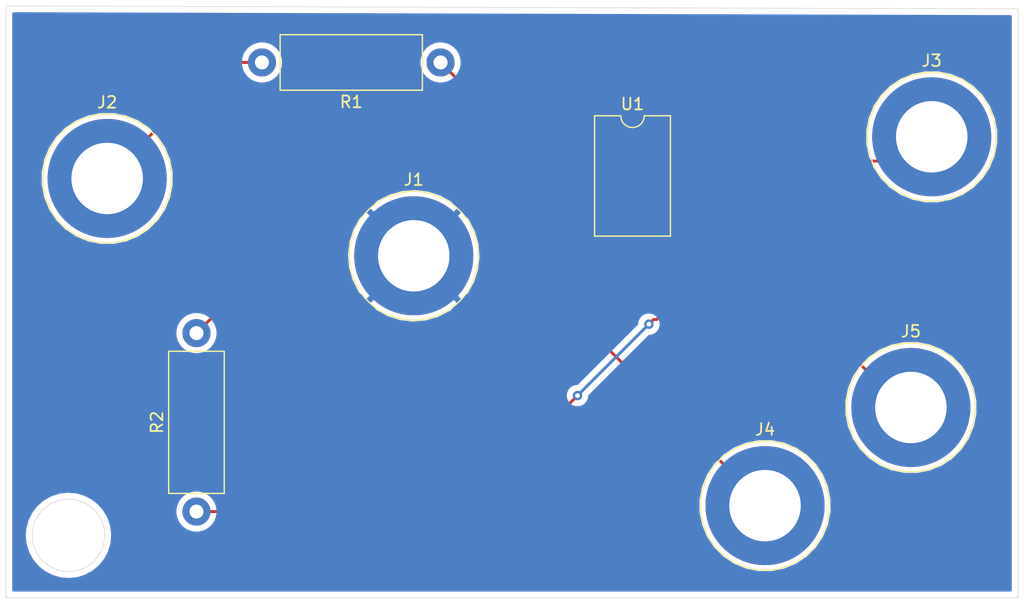
<source format=kicad_pcb>
(kicad_pcb (version 20171130) (host pcbnew "(5.1.0)-1")

  (general
    (thickness 1.6)
    (drawings 5)
    (tracks 25)
    (zones 0)
    (modules 8)
    (nets 10)
  )

  (page A4)
  (title_block
    (title "PCB Design of Inverting Op-Amp")
    (date 2019-06-02)
  )

  (layers
    (0 F.Cu signal)
    (31 B.Cu signal)
    (32 B.Adhes user)
    (33 F.Adhes user)
    (34 B.Paste user)
    (35 F.Paste user)
    (36 B.SilkS user)
    (37 F.SilkS user)
    (38 B.Mask user)
    (39 F.Mask user)
    (40 Dwgs.User user)
    (41 Cmts.User user)
    (42 Eco1.User user)
    (43 Eco2.User user)
    (44 Edge.Cuts user)
    (45 Margin user)
    (46 B.CrtYd user)
    (47 F.CrtYd user)
    (48 B.Fab user)
    (49 F.Fab user)
  )

  (setup
    (last_trace_width 0.25)
    (trace_clearance 0.2)
    (zone_clearance 0.508)
    (zone_45_only no)
    (trace_min 0.2)
    (via_size 0.8)
    (via_drill 0.4)
    (via_min_size 0.4)
    (via_min_drill 0.3)
    (uvia_size 0.3)
    (uvia_drill 0.1)
    (uvias_allowed no)
    (uvia_min_size 0.2)
    (uvia_min_drill 0.1)
    (edge_width 0.05)
    (segment_width 0.2)
    (pcb_text_width 0.3)
    (pcb_text_size 1.5 1.5)
    (mod_edge_width 0.12)
    (mod_text_size 1 1)
    (mod_text_width 0.15)
    (pad_size 1.524 1.524)
    (pad_drill 0.762)
    (pad_to_mask_clearance 0.051)
    (solder_mask_min_width 0.25)
    (aux_axis_origin 0 0)
    (visible_elements 7FFFFFFF)
    (pcbplotparams
      (layerselection 0x010fc_ffffffff)
      (usegerberextensions true)
      (usegerberattributes false)
      (usegerberadvancedattributes false)
      (creategerberjobfile false)
      (excludeedgelayer true)
      (linewidth 0.100000)
      (plotframeref false)
      (viasonmask false)
      (mode 1)
      (useauxorigin false)
      (hpglpennumber 1)
      (hpglpenspeed 20)
      (hpglpendiameter 15.000000)
      (psnegative false)
      (psa4output false)
      (plotreference true)
      (plotvalue false)
      (plotinvisibletext false)
      (padsonsilk false)
      (subtractmaskfromsilk false)
      (outputformat 1)
      (mirror false)
      (drillshape 0)
      (scaleselection 1)
      (outputdirectory "Greber/"))
  )

  (net 0 "")
  (net 1 GND)
  (net 2 "Net-(J2-Pad1)")
  (net 3 "Net-(J3-Pad1)")
  (net 4 "Net-(J4-Pad1)")
  (net 5 "Net-(J5-Pad1)")
  (net 6 "Net-(R1-Pad1)")
  (net 7 "Net-(U1-Pad1)")
  (net 8 "Net-(U1-Pad5)")
  (net 9 "Net-(U1-Pad8)")

  (net_class Default "This is the default net class."
    (clearance 0.2)
    (trace_width 0.25)
    (via_dia 0.8)
    (via_drill 0.4)
    (uvia_dia 0.3)
    (uvia_drill 0.1)
    (add_net GND)
    (add_net "Net-(J2-Pad1)")
    (add_net "Net-(J3-Pad1)")
    (add_net "Net-(J4-Pad1)")
    (add_net "Net-(J5-Pad1)")
    (add_net "Net-(R1-Pad1)")
    (add_net "Net-(U1-Pad1)")
    (add_net "Net-(U1-Pad5)")
    (add_net "Net-(U1-Pad8)")
  )

  (module Connector:Banana_Jack_1Pin (layer F.Cu) (tedit 5A1AB217) (tstamp 5CF391DC)
    (at 123.698 95.25)
    (descr "Single banana socket, footprint - 6mm drill")
    (tags "banana socket")
    (path /5CEFB407)
    (fp_text reference J1 (at 0 -6.5) (layer F.SilkS)
      (effects (font (size 1 1) (thickness 0.15)))
    )
    (fp_text value Ground (at -0.25 6.5) (layer F.Fab)
      (effects (font (size 1 1) (thickness 0.15)))
    )
    (fp_text user %R (at 0 0) (layer F.Fab)
      (effects (font (size 0.8 0.8) (thickness 0.12)))
    )
    (fp_circle (center 0 0) (end 5.75 0) (layer F.CrtYd) (width 0.05))
    (fp_circle (center 0 0) (end 2 0) (layer F.Fab) (width 0.1))
    (fp_circle (center 0 0) (end 4.85 0.05) (layer F.Fab) (width 0.1))
    (fp_circle (center 0 0) (end 5.5 0) (layer F.SilkS) (width 0.12))
    (pad 1 thru_hole circle (at 0 0) (size 10.16 10.16) (drill 6.1) (layers *.Cu *.Mask)
      (net 1 GND))
    (model ${KISYS3DMOD}/Connector.3dshapes/Banana_Jack_1Pin.wrl
      (at (xyz 0 0 0))
      (scale (xyz 2 2 2))
      (rotate (xyz 0 0 0))
    )
  )

  (module Connector:Banana_Jack_1Pin (layer F.Cu) (tedit 5A1AB217) (tstamp 5CF391E6)
    (at 97.536 88.646)
    (descr "Single banana socket, footprint - 6mm drill")
    (tags "banana socket")
    (path /5CEFB8C8)
    (fp_text reference J2 (at 0 -6.5) (layer F.SilkS)
      (effects (font (size 1 1) (thickness 0.15)))
    )
    (fp_text value Input (at -0.25 6.5) (layer F.Fab)
      (effects (font (size 1 1) (thickness 0.15)))
    )
    (fp_circle (center 0 0) (end 5.5 0) (layer F.SilkS) (width 0.12))
    (fp_circle (center 0 0) (end 4.85 0.05) (layer F.Fab) (width 0.1))
    (fp_circle (center 0 0) (end 2 0) (layer F.Fab) (width 0.1))
    (fp_circle (center 0 0) (end 5.75 0) (layer F.CrtYd) (width 0.05))
    (fp_text user %R (at 0 0) (layer F.Fab)
      (effects (font (size 0.8 0.8) (thickness 0.12)))
    )
    (pad 1 thru_hole circle (at 0 0) (size 10.16 10.16) (drill 6.1) (layers *.Cu *.Mask)
      (net 2 "Net-(J2-Pad1)"))
    (model ${KISYS3DMOD}/Connector.3dshapes/Banana_Jack_1Pin.wrl
      (at (xyz 0 0 0))
      (scale (xyz 2 2 2))
      (rotate (xyz 0 0 0))
    )
  )

  (module Connector:Banana_Jack_1Pin (layer F.Cu) (tedit 5A1AB217) (tstamp 5CF391F0)
    (at 167.894 85.09)
    (descr "Single banana socket, footprint - 6mm drill")
    (tags "banana socket")
    (path /5CEFC9CB)
    (fp_text reference J3 (at 0 -6.5) (layer F.SilkS)
      (effects (font (size 1 1) (thickness 0.15)))
    )
    (fp_text value +12V (at -0.25 6.5) (layer F.Fab)
      (effects (font (size 1 1) (thickness 0.15)))
    )
    (fp_text user %R (at 0 0) (layer F.Fab)
      (effects (font (size 0.8 0.8) (thickness 0.12)))
    )
    (fp_circle (center 0 0) (end 5.75 0) (layer F.CrtYd) (width 0.05))
    (fp_circle (center 0 0) (end 2 0) (layer F.Fab) (width 0.1))
    (fp_circle (center 0 0) (end 4.85 0.05) (layer F.Fab) (width 0.1))
    (fp_circle (center 0 0) (end 5.5 0) (layer F.SilkS) (width 0.12))
    (pad 1 thru_hole circle (at 0 0) (size 10.16 10.16) (drill 6.1) (layers *.Cu *.Mask)
      (net 3 "Net-(J3-Pad1)"))
    (model ${KISYS3DMOD}/Connector.3dshapes/Banana_Jack_1Pin.wrl
      (at (xyz 0 0 0))
      (scale (xyz 2 2 2))
      (rotate (xyz 0 0 0))
    )
  )

  (module Connector:Banana_Jack_1Pin (layer F.Cu) (tedit 5A1AB217) (tstamp 5CF391FA)
    (at 153.67 116.586)
    (descr "Single banana socket, footprint - 6mm drill")
    (tags "banana socket")
    (path /5CEFBDBF)
    (fp_text reference J4 (at 0 -6.5) (layer F.SilkS)
      (effects (font (size 1 1) (thickness 0.15)))
    )
    (fp_text value -12V (at -0.25 6.5) (layer F.Fab)
      (effects (font (size 1 1) (thickness 0.15)))
    )
    (fp_text user %R (at 0 0) (layer F.Fab)
      (effects (font (size 0.8 0.8) (thickness 0.12)))
    )
    (fp_circle (center 0 0) (end 5.75 0) (layer F.CrtYd) (width 0.05))
    (fp_circle (center 0 0) (end 2 0) (layer F.Fab) (width 0.1))
    (fp_circle (center 0 0) (end 4.85 0.05) (layer F.Fab) (width 0.1))
    (fp_circle (center 0 0) (end 5.5 0) (layer F.SilkS) (width 0.12))
    (pad 1 thru_hole circle (at 0 0) (size 10.16 10.16) (drill 6.1) (layers *.Cu *.Mask)
      (net 4 "Net-(J4-Pad1)"))
    (model ${KISYS3DMOD}/Connector.3dshapes/Banana_Jack_1Pin.wrl
      (at (xyz 0 0 0))
      (scale (xyz 2 2 2))
      (rotate (xyz 0 0 0))
    )
  )

  (module Connector:Banana_Jack_1Pin (layer F.Cu) (tedit 5A1AB217) (tstamp 5CF39204)
    (at 166.116 108.204)
    (descr "Single banana socket, footprint - 6mm drill")
    (tags "banana socket")
    (path /5CEFC4A8)
    (fp_text reference J5 (at 0 -6.5) (layer F.SilkS)
      (effects (font (size 1 1) (thickness 0.15)))
    )
    (fp_text value Output (at -0.25 6.5) (layer F.Fab)
      (effects (font (size 1 1) (thickness 0.15)))
    )
    (fp_circle (center 0 0) (end 5.5 0) (layer F.SilkS) (width 0.12))
    (fp_circle (center 0 0) (end 4.85 0.05) (layer F.Fab) (width 0.1))
    (fp_circle (center 0 0) (end 2 0) (layer F.Fab) (width 0.1))
    (fp_circle (center 0 0) (end 5.75 0) (layer F.CrtYd) (width 0.05))
    (fp_text user %R (at 0 0) (layer F.Fab)
      (effects (font (size 0.8 0.8) (thickness 0.12)))
    )
    (pad 1 thru_hole circle (at 0 0) (size 10.16 10.16) (drill 6.1) (layers *.Cu *.Mask)
      (net 5 "Net-(J5-Pad1)"))
    (model ${KISYS3DMOD}/Connector.3dshapes/Banana_Jack_1Pin.wrl
      (at (xyz 0 0 0))
      (scale (xyz 2 2 2))
      (rotate (xyz 0 0 0))
    )
  )

  (module Resistor_THT:R_Axial_DIN0414_L11.9mm_D4.5mm_P15.24mm_Horizontal (layer F.Cu) (tedit 5AE5139B) (tstamp 5CF3921B)
    (at 125.984 78.74 180)
    (descr "Resistor, Axial_DIN0414 series, Axial, Horizontal, pin pitch=15.24mm, 2W, length*diameter=11.9*4.5mm^2, http://www.vishay.com/docs/20128/wkxwrx.pdf")
    (tags "Resistor Axial_DIN0414 series Axial Horizontal pin pitch 15.24mm 2W length 11.9mm diameter 4.5mm")
    (path /5CF3CF74)
    (fp_text reference R1 (at 7.62 -3.37 180) (layer F.SilkS)
      (effects (font (size 1 1) (thickness 0.15)))
    )
    (fp_text value R (at 7.62 3.37 180) (layer F.Fab)
      (effects (font (size 1 1) (thickness 0.15)))
    )
    (fp_line (start 1.67 -2.25) (end 1.67 2.25) (layer F.Fab) (width 0.1))
    (fp_line (start 1.67 2.25) (end 13.57 2.25) (layer F.Fab) (width 0.1))
    (fp_line (start 13.57 2.25) (end 13.57 -2.25) (layer F.Fab) (width 0.1))
    (fp_line (start 13.57 -2.25) (end 1.67 -2.25) (layer F.Fab) (width 0.1))
    (fp_line (start 0 0) (end 1.67 0) (layer F.Fab) (width 0.1))
    (fp_line (start 15.24 0) (end 13.57 0) (layer F.Fab) (width 0.1))
    (fp_line (start 1.55 -2.37) (end 1.55 2.37) (layer F.SilkS) (width 0.12))
    (fp_line (start 1.55 2.37) (end 13.69 2.37) (layer F.SilkS) (width 0.12))
    (fp_line (start 13.69 2.37) (end 13.69 -2.37) (layer F.SilkS) (width 0.12))
    (fp_line (start 13.69 -2.37) (end 1.55 -2.37) (layer F.SilkS) (width 0.12))
    (fp_line (start 1.44 0) (end 1.55 0) (layer F.SilkS) (width 0.12))
    (fp_line (start 13.8 0) (end 13.69 0) (layer F.SilkS) (width 0.12))
    (fp_line (start -1.45 -2.5) (end -1.45 2.5) (layer F.CrtYd) (width 0.05))
    (fp_line (start -1.45 2.5) (end 16.69 2.5) (layer F.CrtYd) (width 0.05))
    (fp_line (start 16.69 2.5) (end 16.69 -2.5) (layer F.CrtYd) (width 0.05))
    (fp_line (start 16.69 -2.5) (end -1.45 -2.5) (layer F.CrtYd) (width 0.05))
    (fp_text user %R (at 7.62 0 180) (layer F.Fab)
      (effects (font (size 1 1) (thickness 0.15)))
    )
    (pad 1 thru_hole circle (at 0 0 180) (size 2.4 2.4) (drill 1.2) (layers *.Cu *.Mask)
      (net 6 "Net-(R1-Pad1)"))
    (pad 2 thru_hole oval (at 15.24 0 180) (size 2.4 2.4) (drill 1.2) (layers *.Cu *.Mask)
      (net 2 "Net-(J2-Pad1)"))
    (model ${KISYS3DMOD}/Resistor_THT.3dshapes/R_Axial_DIN0414_L11.9mm_D4.5mm_P15.24mm_Horizontal.wrl
      (at (xyz 0 0 0))
      (scale (xyz 1 1 1))
      (rotate (xyz 0 0 0))
    )
  )

  (module Resistor_THT:R_Axial_DIN0414_L11.9mm_D4.5mm_P15.24mm_Horizontal (layer F.Cu) (tedit 5AE5139B) (tstamp 5CF39433)
    (at 105.156 117.094 90)
    (descr "Resistor, Axial_DIN0414 series, Axial, Horizontal, pin pitch=15.24mm, 2W, length*diameter=11.9*4.5mm^2, http://www.vishay.com/docs/20128/wkxwrx.pdf")
    (tags "Resistor Axial_DIN0414 series Axial Horizontal pin pitch 15.24mm 2W length 11.9mm diameter 4.5mm")
    (path /5CF3E40E)
    (fp_text reference R2 (at 7.62 -3.37 90) (layer F.SilkS)
      (effects (font (size 1 1) (thickness 0.15)))
    )
    (fp_text value R (at 7.62 3.37 90) (layer F.Fab)
      (effects (font (size 1 1) (thickness 0.15)))
    )
    (fp_text user %R (at 7.62 0 90) (layer F.Fab)
      (effects (font (size 1 1) (thickness 0.15)))
    )
    (fp_line (start 16.69 -2.5) (end -1.45 -2.5) (layer F.CrtYd) (width 0.05))
    (fp_line (start 16.69 2.5) (end 16.69 -2.5) (layer F.CrtYd) (width 0.05))
    (fp_line (start -1.45 2.5) (end 16.69 2.5) (layer F.CrtYd) (width 0.05))
    (fp_line (start -1.45 -2.5) (end -1.45 2.5) (layer F.CrtYd) (width 0.05))
    (fp_line (start 13.8 0) (end 13.69 0) (layer F.SilkS) (width 0.12))
    (fp_line (start 1.44 0) (end 1.55 0) (layer F.SilkS) (width 0.12))
    (fp_line (start 13.69 -2.37) (end 1.55 -2.37) (layer F.SilkS) (width 0.12))
    (fp_line (start 13.69 2.37) (end 13.69 -2.37) (layer F.SilkS) (width 0.12))
    (fp_line (start 1.55 2.37) (end 13.69 2.37) (layer F.SilkS) (width 0.12))
    (fp_line (start 1.55 -2.37) (end 1.55 2.37) (layer F.SilkS) (width 0.12))
    (fp_line (start 15.24 0) (end 13.57 0) (layer F.Fab) (width 0.1))
    (fp_line (start 0 0) (end 1.67 0) (layer F.Fab) (width 0.1))
    (fp_line (start 13.57 -2.25) (end 1.67 -2.25) (layer F.Fab) (width 0.1))
    (fp_line (start 13.57 2.25) (end 13.57 -2.25) (layer F.Fab) (width 0.1))
    (fp_line (start 1.67 2.25) (end 13.57 2.25) (layer F.Fab) (width 0.1))
    (fp_line (start 1.67 -2.25) (end 1.67 2.25) (layer F.Fab) (width 0.1))
    (pad 2 thru_hole oval (at 15.24 0 90) (size 2.4 2.4) (drill 1.2) (layers *.Cu *.Mask)
      (net 6 "Net-(R1-Pad1)"))
    (pad 1 thru_hole circle (at 0 0 90) (size 2.4 2.4) (drill 1.2) (layers *.Cu *.Mask)
      (net 5 "Net-(J5-Pad1)"))
    (model ${KISYS3DMOD}/Resistor_THT.3dshapes/R_Axial_DIN0414_L11.9mm_D4.5mm_P15.24mm_Horizontal.wrl
      (at (xyz 0 0 0))
      (scale (xyz 1 1 1))
      (rotate (xyz 0 0 0))
    )
  )

  (module Package_DIP:SMDIP-8_W9.53mm_Clearance8mm (layer F.Cu) (tedit 5A02E8C5) (tstamp 5CF3924E)
    (at 142.363001 88.433001)
    (descr "8-lead surface-mounted (SMD) DIP package, row spacing 9.53 mm (375 mils), Clearance8mm")
    (tags "SMD DIP DIL PDIP SMDIP 2.54mm 9.53mm 375mil Clearance8mm")
    (path /5CEF6EF0)
    (attr smd)
    (fp_text reference U1 (at 0 -6.14) (layer F.SilkS)
      (effects (font (size 1 1) (thickness 0.15)))
    )
    (fp_text value LM741 (at 0 6.14) (layer F.Fab)
      (effects (font (size 1 1) (thickness 0.15)))
    )
    (fp_arc (start 0 -5.14) (end -1 -5.14) (angle -180) (layer F.SilkS) (width 0.12))
    (fp_line (start -2.175 -5.08) (end 3.175 -5.08) (layer F.Fab) (width 0.1))
    (fp_line (start 3.175 -5.08) (end 3.175 5.08) (layer F.Fab) (width 0.1))
    (fp_line (start 3.175 5.08) (end -3.175 5.08) (layer F.Fab) (width 0.1))
    (fp_line (start -3.175 5.08) (end -3.175 -4.08) (layer F.Fab) (width 0.1))
    (fp_line (start -3.175 -4.08) (end -2.175 -5.08) (layer F.Fab) (width 0.1))
    (fp_line (start -1 -5.14) (end -3.235 -5.14) (layer F.SilkS) (width 0.12))
    (fp_line (start -3.235 -5.14) (end -3.235 5.14) (layer F.SilkS) (width 0.12))
    (fp_line (start -3.235 5.14) (end 3.235 5.14) (layer F.SilkS) (width 0.12))
    (fp_line (start 3.235 5.14) (end 3.235 -5.14) (layer F.SilkS) (width 0.12))
    (fp_line (start 3.235 -5.14) (end 1 -5.14) (layer F.SilkS) (width 0.12))
    (fp_line (start -5.8 -5.35) (end -5.8 5.35) (layer F.CrtYd) (width 0.05))
    (fp_line (start -5.8 5.35) (end 5.8 5.35) (layer F.CrtYd) (width 0.05))
    (fp_line (start 5.8 5.35) (end 5.8 -5.35) (layer F.CrtYd) (width 0.05))
    (fp_line (start 5.8 -5.35) (end -5.8 -5.35) (layer F.CrtYd) (width 0.05))
    (fp_text user %R (at 0 0) (layer F.Fab)
      (effects (font (size 1 1) (thickness 0.15)))
    )
    (pad 1 smd rect (at -4.765 -3.81) (size 1.5 1.78) (layers F.Cu F.Paste F.Mask)
      (net 7 "Net-(U1-Pad1)"))
    (pad 5 smd rect (at 4.765 3.81) (size 1.5 1.78) (layers F.Cu F.Paste F.Mask)
      (net 8 "Net-(U1-Pad5)"))
    (pad 2 smd rect (at -4.765 -1.27) (size 1.5 1.78) (layers F.Cu F.Paste F.Mask)
      (net 6 "Net-(R1-Pad1)"))
    (pad 6 smd rect (at 4.765 1.27) (size 1.5 1.78) (layers F.Cu F.Paste F.Mask)
      (net 5 "Net-(J5-Pad1)"))
    (pad 3 smd rect (at -4.765 1.27) (size 1.5 1.78) (layers F.Cu F.Paste F.Mask)
      (net 1 GND))
    (pad 7 smd rect (at 4.765 -1.27) (size 1.5 1.78) (layers F.Cu F.Paste F.Mask)
      (net 3 "Net-(J3-Pad1)"))
    (pad 4 smd rect (at -4.765 3.81) (size 1.5 1.78) (layers F.Cu F.Paste F.Mask)
      (net 4 "Net-(J4-Pad1)"))
    (pad 8 smd rect (at 4.765 -3.81) (size 1.5 1.78) (layers F.Cu F.Paste F.Mask)
      (net 9 "Net-(U1-Pad8)"))
    (model ${KISYS3DMOD}/Package_DIP.3dshapes/SMDIP-8_W9.53mm.wrl
      (at (xyz 0 0 0))
      (scale (xyz 1 1 1))
      (rotate (xyz 0 0 0))
    )
  )

  (gr_circle (center 94.234 119.126) (end 97.282 119.634) (layer Edge.Cuts) (width 0.05))
  (gr_line (start 175.26 74.168) (end 88.9 73.914) (layer Edge.Cuts) (width 0.05) (tstamp 5CF3C8A0))
  (gr_line (start 175.26 124.46) (end 175.26 74.168) (layer Edge.Cuts) (width 0.05))
  (gr_line (start 88.9 124.46) (end 175.26 124.46) (layer Edge.Cuts) (width 0.05))
  (gr_line (start 88.9 73.914) (end 88.9 124.46) (layer Edge.Cuts) (width 0.05))

  (segment (start 129.244999 89.703001) (end 123.698 95.25) (width 0.25) (layer F.Cu) (net 1))
  (segment (start 137.598001 89.703001) (end 129.244999 89.703001) (width 0.25) (layer F.Cu) (net 1))
  (segment (start 107.442 78.74) (end 110.744 78.74) (width 0.25) (layer F.Cu) (net 2))
  (segment (start 97.536 88.646) (end 107.442 78.74) (width 0.25) (layer F.Cu) (net 2))
  (segment (start 165.820999 87.163001) (end 167.894 85.09) (width 0.25) (layer F.Cu) (net 3))
  (segment (start 147.128001 87.163001) (end 165.820999 87.163001) (width 0.25) (layer F.Cu) (net 3))
  (segment (start 137.598001 100.514001) (end 153.67 116.586) (width 0.25) (layer F.Cu) (net 4))
  (segment (start 137.598001 92.243001) (end 137.598001 100.514001) (width 0.25) (layer F.Cu) (net 4))
  (segment (start 165.489 108.204) (end 166.116 108.204) (width 0.25) (layer F.Cu) (net 5))
  (segment (start 147.128001 89.843001) (end 165.489 108.204) (width 0.25) (layer F.Cu) (net 5))
  (segment (start 147.128001 89.703001) (end 147.128001 89.843001) (width 0.25) (layer F.Cu) (net 5))
  (segment (start 105.156 117.094) (end 127.762 117.094) (width 0.25) (layer F.Cu) (net 5))
  (segment (start 127.762 117.094) (end 137.668 107.188) (width 0.25) (layer F.Cu) (net 5))
  (via (at 137.668 107.188) (size 0.8) (drill 0.4) (layers F.Cu B.Cu) (net 5))
  (segment (start 137.668 107.188) (end 138.067999 106.788001) (width 0.25) (layer B.Cu) (net 5))
  (segment (start 138.067999 106.788001) (end 143.764 101.092) (width 0.25) (layer B.Cu) (net 5))
  (via (at 143.764 101.092) (size 0.8) (drill 0.4) (layers F.Cu B.Cu) (net 5))
  (segment (start 144.163999 100.692001) (end 144.417999 100.692001) (width 0.25) (layer F.Cu) (net 5))
  (segment (start 143.764 101.092) (end 144.163999 100.692001) (width 0.25) (layer F.Cu) (net 5))
  (segment (start 144.417999 100.692001) (end 151.13 93.98) (width 0.25) (layer F.Cu) (net 5))
  (segment (start 134.407001 87.163001) (end 137.598001 87.163001) (width 0.25) (layer F.Cu) (net 6))
  (segment (start 123.698 83.312) (end 130.556 83.312) (width 0.25) (layer F.Cu) (net 6))
  (segment (start 105.156 101.854) (end 123.698 83.312) (width 0.25) (layer F.Cu) (net 6))
  (segment (start 125.984 78.74) (end 130.556 83.312) (width 0.25) (layer F.Cu) (net 6))
  (segment (start 130.556 83.312) (end 134.407001 87.163001) (width 0.25) (layer F.Cu) (net 6))

  (zone (net 1) (net_name GND) (layer B.Cu) (tstamp 5CF3E13C) (hatch edge 0.508)
    (connect_pads (clearance 0.508))
    (min_thickness 0.254)
    (fill yes (arc_segments 32) (thermal_gap 0.508) (thermal_bridge_width 0.508))
    (polygon
      (pts
        (xy 88.392 124.968) (xy 88.392 73.406) (xy 175.768 73.66) (xy 175.768 124.968)
      )
    )
    (filled_polygon
      (pts
        (xy 174.600001 74.826061) (xy 174.6 123.8) (xy 89.56 123.8) (xy 89.56 119.178638) (xy 90.464324 119.178638)
        (xy 90.546341 119.909836) (xy 90.76882 120.611178) (xy 91.123287 121.25595) (xy 91.596239 121.819593) (xy 92.169663 122.280637)
        (xy 92.821717 122.621523) (xy 93.527564 122.829265) (xy 94.26032 122.895951) (xy 94.992072 122.819041) (xy 95.69495 122.601464)
        (xy 96.342181 122.251507) (xy 96.909112 121.782501) (xy 97.374149 121.21231) (xy 97.719578 120.562652) (xy 97.932243 119.858272)
        (xy 98.004043 119.126) (xy 98.002573 119.020734) (xy 97.910355 118.290753) (xy 97.678106 117.592585) (xy 97.314671 116.952825)
        (xy 97.280527 116.913268) (xy 103.321 116.913268) (xy 103.321 117.274732) (xy 103.391518 117.62925) (xy 103.529844 117.963199)
        (xy 103.730662 118.263744) (xy 103.986256 118.519338) (xy 104.286801 118.720156) (xy 104.62075 118.858482) (xy 104.975268 118.929)
        (xy 105.336732 118.929) (xy 105.69125 118.858482) (xy 106.025199 118.720156) (xy 106.325744 118.519338) (xy 106.581338 118.263744)
        (xy 106.782156 117.963199) (xy 106.920482 117.62925) (xy 106.991 117.274732) (xy 106.991 116.913268) (xy 106.920482 116.55875)
        (xy 106.782156 116.224801) (xy 106.647399 116.023122) (xy 147.955 116.023122) (xy 147.955 117.148878) (xy 148.174625 118.253004)
        (xy 148.605433 119.293067) (xy 149.23087 120.2291) (xy 150.0269 121.02513) (xy 150.962933 121.650567) (xy 152.002996 122.081375)
        (xy 153.107122 122.301) (xy 154.232878 122.301) (xy 155.337004 122.081375) (xy 156.377067 121.650567) (xy 157.3131 121.02513)
        (xy 158.10913 120.2291) (xy 158.734567 119.293067) (xy 159.165375 118.253004) (xy 159.385 117.148878) (xy 159.385 116.023122)
        (xy 159.165375 114.918996) (xy 158.734567 113.878933) (xy 158.10913 112.9429) (xy 157.3131 112.14687) (xy 156.377067 111.521433)
        (xy 155.337004 111.090625) (xy 154.232878 110.871) (xy 153.107122 110.871) (xy 152.002996 111.090625) (xy 150.962933 111.521433)
        (xy 150.0269 112.14687) (xy 149.23087 112.9429) (xy 148.605433 113.878933) (xy 148.174625 114.918996) (xy 147.955 116.023122)
        (xy 106.647399 116.023122) (xy 106.581338 115.924256) (xy 106.325744 115.668662) (xy 106.025199 115.467844) (xy 105.69125 115.329518)
        (xy 105.336732 115.259) (xy 104.975268 115.259) (xy 104.62075 115.329518) (xy 104.286801 115.467844) (xy 103.986256 115.668662)
        (xy 103.730662 115.924256) (xy 103.529844 116.224801) (xy 103.391518 116.55875) (xy 103.321 116.913268) (xy 97.280527 116.913268)
        (xy 96.833895 116.395841) (xy 96.25409 115.942847) (xy 95.59734 115.611099) (xy 94.888661 115.413232) (xy 94.155046 115.356784)
        (xy 93.424439 115.443904) (xy 92.724667 115.671273) (xy 92.082385 116.030232) (xy 91.522058 116.507108) (xy 91.065028 117.083737)
        (xy 90.728703 117.738155) (xy 90.525893 118.445435) (xy 90.464324 119.178638) (xy 89.56 119.178638) (xy 89.56 107.086061)
        (xy 136.633 107.086061) (xy 136.633 107.289939) (xy 136.672774 107.489898) (xy 136.750795 107.678256) (xy 136.864063 107.847774)
        (xy 137.008226 107.991937) (xy 137.177744 108.105205) (xy 137.366102 108.183226) (xy 137.566061 108.223) (xy 137.769939 108.223)
        (xy 137.969898 108.183226) (xy 138.158256 108.105205) (xy 138.327774 107.991937) (xy 138.471937 107.847774) (xy 138.585205 107.678256)
        (xy 138.600586 107.641122) (xy 160.401 107.641122) (xy 160.401 108.766878) (xy 160.620625 109.871004) (xy 161.051433 110.911067)
        (xy 161.67687 111.8471) (xy 162.4729 112.64313) (xy 163.408933 113.268567) (xy 164.448996 113.699375) (xy 165.553122 113.919)
        (xy 166.678878 113.919) (xy 167.783004 113.699375) (xy 168.823067 113.268567) (xy 169.7591 112.64313) (xy 170.55513 111.8471)
        (xy 171.180567 110.911067) (xy 171.611375 109.871004) (xy 171.831 108.766878) (xy 171.831 107.641122) (xy 171.611375 106.536996)
        (xy 171.180567 105.496933) (xy 170.55513 104.5609) (xy 169.7591 103.76487) (xy 168.823067 103.139433) (xy 167.783004 102.708625)
        (xy 166.678878 102.489) (xy 165.553122 102.489) (xy 164.448996 102.708625) (xy 163.408933 103.139433) (xy 162.4729 103.76487)
        (xy 161.67687 104.5609) (xy 161.051433 105.496933) (xy 160.620625 106.536996) (xy 160.401 107.641122) (xy 138.600586 107.641122)
        (xy 138.663226 107.489898) (xy 138.703 107.289939) (xy 138.703 107.227801) (xy 143.803802 102.127) (xy 143.865939 102.127)
        (xy 144.065898 102.087226) (xy 144.254256 102.009205) (xy 144.423774 101.895937) (xy 144.567937 101.751774) (xy 144.681205 101.582256)
        (xy 144.759226 101.393898) (xy 144.799 101.193939) (xy 144.799 100.990061) (xy 144.759226 100.790102) (xy 144.681205 100.601744)
        (xy 144.567937 100.432226) (xy 144.423774 100.288063) (xy 144.254256 100.174795) (xy 144.065898 100.096774) (xy 143.865939 100.057)
        (xy 143.662061 100.057) (xy 143.462102 100.096774) (xy 143.273744 100.174795) (xy 143.104226 100.288063) (xy 142.960063 100.432226)
        (xy 142.846795 100.601744) (xy 142.768774 100.790102) (xy 142.729 100.990061) (xy 142.729 101.052198) (xy 137.628199 106.153)
        (xy 137.566061 106.153) (xy 137.366102 106.192774) (xy 137.177744 106.270795) (xy 137.008226 106.384063) (xy 136.864063 106.528226)
        (xy 136.750795 106.697744) (xy 136.672774 106.886102) (xy 136.633 107.086061) (xy 89.56 107.086061) (xy 89.56 101.854)
        (xy 103.312122 101.854) (xy 103.347552 102.213723) (xy 103.452479 102.559622) (xy 103.622871 102.878404) (xy 103.852181 103.157819)
        (xy 104.131596 103.387129) (xy 104.450378 103.557521) (xy 104.796277 103.662448) (xy 105.065861 103.689) (xy 105.246139 103.689)
        (xy 105.515723 103.662448) (xy 105.861622 103.557521) (xy 106.180404 103.387129) (xy 106.459819 103.157819) (xy 106.689129 102.878404)
        (xy 106.859521 102.559622) (xy 106.964448 102.213723) (xy 106.999878 101.854) (xy 106.964448 101.494277) (xy 106.859521 101.148378)
        (xy 106.689129 100.829596) (xy 106.459819 100.550181) (xy 106.180404 100.320871) (xy 105.861622 100.150479) (xy 105.515723 100.045552)
        (xy 105.246139 100.019) (xy 105.065861 100.019) (xy 104.796277 100.045552) (xy 104.450378 100.150479) (xy 104.131596 100.320871)
        (xy 103.852181 100.550181) (xy 103.622871 100.829596) (xy 103.452479 101.148378) (xy 103.347552 101.494277) (xy 103.312122 101.854)
        (xy 89.56 101.854) (xy 89.56 99.287196) (xy 119.840409 99.287196) (xy 120.426124 99.969416) (xy 121.409704 100.517045)
        (xy 122.481223 100.862265) (xy 123.599501 100.991808) (xy 124.721565 100.900697) (xy 125.804294 100.592433) (xy 126.806079 100.078863)
        (xy 126.969876 99.969416) (xy 127.555591 99.287196) (xy 123.698 95.429605) (xy 119.840409 99.287196) (xy 89.56 99.287196)
        (xy 89.56 95.151501) (xy 117.956192 95.151501) (xy 118.047303 96.273565) (xy 118.355567 97.356294) (xy 118.869137 98.358079)
        (xy 118.978584 98.521876) (xy 119.660804 99.107591) (xy 123.518395 95.25) (xy 123.877605 95.25) (xy 127.735196 99.107591)
        (xy 128.417416 98.521876) (xy 128.965045 97.538296) (xy 129.310265 96.466777) (xy 129.439808 95.348499) (xy 129.348697 94.226435)
        (xy 129.040433 93.143706) (xy 128.526863 92.141921) (xy 128.417416 91.978124) (xy 127.735196 91.392409) (xy 123.877605 95.25)
        (xy 123.518395 95.25) (xy 119.660804 91.392409) (xy 118.978584 91.978124) (xy 118.430955 92.961704) (xy 118.085735 94.033223)
        (xy 117.956192 95.151501) (xy 89.56 95.151501) (xy 89.56 88.083122) (xy 91.821 88.083122) (xy 91.821 89.208878)
        (xy 92.040625 90.313004) (xy 92.471433 91.353067) (xy 93.09687 92.2891) (xy 93.8929 93.08513) (xy 94.828933 93.710567)
        (xy 95.868996 94.141375) (xy 96.973122 94.361) (xy 98.098878 94.361) (xy 99.203004 94.141375) (xy 100.243067 93.710567)
        (xy 101.1791 93.08513) (xy 101.97513 92.2891) (xy 102.600567 91.353067) (xy 102.658665 91.212804) (xy 119.840409 91.212804)
        (xy 123.698 95.070395) (xy 127.555591 91.212804) (xy 126.969876 90.530584) (xy 125.986296 89.982955) (xy 124.914777 89.637735)
        (xy 123.796499 89.508192) (xy 122.674435 89.599303) (xy 121.591706 89.907567) (xy 120.589921 90.421137) (xy 120.426124 90.530584)
        (xy 119.840409 91.212804) (xy 102.658665 91.212804) (xy 103.031375 90.313004) (xy 103.251 89.208878) (xy 103.251 88.083122)
        (xy 103.031375 86.978996) (xy 102.600567 85.938933) (xy 101.97513 85.0029) (xy 101.499352 84.527122) (xy 162.179 84.527122)
        (xy 162.179 85.652878) (xy 162.398625 86.757004) (xy 162.829433 87.797067) (xy 163.45487 88.7331) (xy 164.2509 89.52913)
        (xy 165.186933 90.154567) (xy 166.226996 90.585375) (xy 167.331122 90.805) (xy 168.456878 90.805) (xy 169.561004 90.585375)
        (xy 170.601067 90.154567) (xy 171.5371 89.52913) (xy 172.33313 88.7331) (xy 172.958567 87.797067) (xy 173.389375 86.757004)
        (xy 173.609 85.652878) (xy 173.609 84.527122) (xy 173.389375 83.422996) (xy 172.958567 82.382933) (xy 172.33313 81.4469)
        (xy 171.5371 80.65087) (xy 170.601067 80.025433) (xy 169.561004 79.594625) (xy 168.456878 79.375) (xy 167.331122 79.375)
        (xy 166.226996 79.594625) (xy 165.186933 80.025433) (xy 164.2509 80.65087) (xy 163.45487 81.4469) (xy 162.829433 82.382933)
        (xy 162.398625 83.422996) (xy 162.179 84.527122) (xy 101.499352 84.527122) (xy 101.1791 84.20687) (xy 100.243067 83.581433)
        (xy 99.203004 83.150625) (xy 98.098878 82.931) (xy 96.973122 82.931) (xy 95.868996 83.150625) (xy 94.828933 83.581433)
        (xy 93.8929 84.20687) (xy 93.09687 85.0029) (xy 92.471433 85.938933) (xy 92.040625 86.978996) (xy 91.821 88.083122)
        (xy 89.56 88.083122) (xy 89.56 78.74) (xy 108.900122 78.74) (xy 108.935552 79.099723) (xy 109.040479 79.445622)
        (xy 109.210871 79.764404) (xy 109.440181 80.043819) (xy 109.719596 80.273129) (xy 110.038378 80.443521) (xy 110.384277 80.548448)
        (xy 110.653861 80.575) (xy 110.834139 80.575) (xy 111.103723 80.548448) (xy 111.449622 80.443521) (xy 111.768404 80.273129)
        (xy 112.047819 80.043819) (xy 112.277129 79.764404) (xy 112.447521 79.445622) (xy 112.552448 79.099723) (xy 112.587878 78.74)
        (xy 112.570078 78.559268) (xy 124.149 78.559268) (xy 124.149 78.920732) (xy 124.219518 79.27525) (xy 124.357844 79.609199)
        (xy 124.558662 79.909744) (xy 124.814256 80.165338) (xy 125.114801 80.366156) (xy 125.44875 80.504482) (xy 125.803268 80.575)
        (xy 126.164732 80.575) (xy 126.51925 80.504482) (xy 126.853199 80.366156) (xy 127.153744 80.165338) (xy 127.409338 79.909744)
        (xy 127.610156 79.609199) (xy 127.748482 79.27525) (xy 127.819 78.920732) (xy 127.819 78.559268) (xy 127.748482 78.20475)
        (xy 127.610156 77.870801) (xy 127.409338 77.570256) (xy 127.153744 77.314662) (xy 126.853199 77.113844) (xy 126.51925 76.975518)
        (xy 126.164732 76.905) (xy 125.803268 76.905) (xy 125.44875 76.975518) (xy 125.114801 77.113844) (xy 124.814256 77.314662)
        (xy 124.558662 77.570256) (xy 124.357844 77.870801) (xy 124.219518 78.20475) (xy 124.149 78.559268) (xy 112.570078 78.559268)
        (xy 112.552448 78.380277) (xy 112.447521 78.034378) (xy 112.277129 77.715596) (xy 112.047819 77.436181) (xy 111.768404 77.206871)
        (xy 111.449622 77.036479) (xy 111.103723 76.931552) (xy 110.834139 76.905) (xy 110.653861 76.905) (xy 110.384277 76.931552)
        (xy 110.038378 77.036479) (xy 109.719596 77.206871) (xy 109.440181 77.436181) (xy 109.210871 77.715596) (xy 109.040479 78.034378)
        (xy 108.935552 78.380277) (xy 108.900122 78.74) (xy 89.56 78.74) (xy 89.56 74.575943)
      )
    )
  )
  (zone (net 1) (net_name GND) (layer F.Cu) (tstamp 5CF3E139) (hatch edge 0.508)
    (connect_pads (clearance 10))
    (min_thickness 10)
    (fill yes (arc_segments 32) (thermal_gap 20) (thermal_bridge_width 20))
    (polygon
      (pts
        (xy 88.392 124.968) (xy 88.392 73.406) (xy 175.768 73.66) (xy 175.768 124.968)
      )
    )
  )
)

</source>
